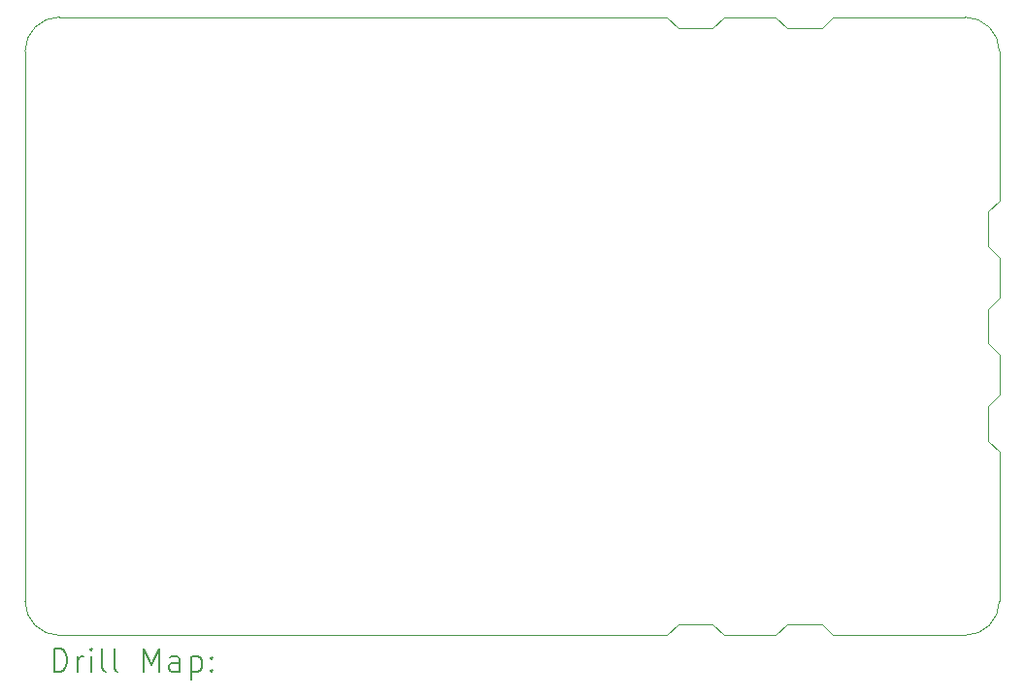
<source format=gbr>
%TF.GenerationSoftware,KiCad,Pcbnew,7.0.8*%
%TF.CreationDate,2023-11-04T19:46:57-03:00*%
%TF.ProjectId,PECDR,50454344-522e-46b6-9963-61645f706362,rev?*%
%TF.SameCoordinates,Original*%
%TF.FileFunction,Drillmap*%
%TF.FilePolarity,Positive*%
%FSLAX45Y45*%
G04 Gerber Fmt 4.5, Leading zero omitted, Abs format (unit mm)*
G04 Created by KiCad (PCBNEW 7.0.8) date 2023-11-04 19:46:57*
%MOMM*%
%LPD*%
G01*
G04 APERTURE LIST*
%ADD10C,0.100000*%
%ADD11C,0.200000*%
G04 APERTURE END LIST*
D10*
X11850000Y-7780294D02*
X11850000Y-7430294D01*
X9450000Y-5330294D02*
X9900000Y-5330294D01*
X10000000Y-10630294D02*
X9900000Y-10730294D01*
X10300000Y-5430294D02*
X10400000Y-5330294D01*
X4600000Y-10730294D02*
X8950000Y-10730294D01*
X9050000Y-10630294D02*
X8950000Y-10730294D01*
X11750000Y-8730294D02*
X11750000Y-9030294D01*
X11550000Y-5330294D02*
X10400000Y-5330294D01*
X11750000Y-7880294D02*
X11850000Y-7780294D01*
X10300000Y-10630294D02*
X10000000Y-10630294D01*
X11750000Y-8730294D02*
X11850000Y-8630294D01*
X11850000Y-9130294D02*
X11850000Y-10430294D01*
X11750000Y-8180294D02*
X11850000Y-8280294D01*
X11750000Y-7330294D02*
X11850000Y-7430294D01*
X9350000Y-10630294D02*
X9050000Y-10630294D01*
X3350000Y-10430294D02*
X3350000Y-5630294D01*
X11849996Y-5630294D02*
G75*
G03*
X11550000Y-5330294I-299996J4D01*
G01*
X11750000Y-7030294D02*
X11750000Y-7330294D01*
X11750000Y-7880294D02*
X11750000Y-8180294D01*
X11750000Y-9030294D02*
X11850000Y-9130294D01*
X9050000Y-5430294D02*
X8950000Y-5330294D01*
X10000000Y-5430294D02*
X10300000Y-5430294D01*
X11850000Y-8630294D02*
X11850000Y-8280294D01*
X9350000Y-5430294D02*
X9450000Y-5330294D01*
X10300000Y-10630294D02*
X10400000Y-10730294D01*
X8950000Y-5330294D02*
X3650000Y-5330294D01*
X9350000Y-10630294D02*
X9450000Y-10730294D01*
X10400000Y-10730294D02*
X11550000Y-10730294D01*
X3650000Y-10730294D02*
X4600000Y-10730294D01*
X11850000Y-6930294D02*
X11850000Y-5630294D01*
X10000000Y-5430294D02*
X9900000Y-5330294D01*
X11750000Y-7030294D02*
X11850000Y-6930294D01*
X9050000Y-5430294D02*
X9350000Y-5430294D01*
X9450000Y-10730294D02*
X9900000Y-10730294D01*
X3650000Y-5330295D02*
G75*
G03*
X3350000Y-5630294I7J-300007D01*
G01*
X3349996Y-10430294D02*
G75*
G03*
X3650000Y-10730294I300004J4D01*
G01*
X11550000Y-10730290D02*
G75*
G03*
X11850000Y-10430294I10J299990D01*
G01*
D11*
X3605777Y-11046778D02*
X3605777Y-10846778D01*
X3605777Y-10846778D02*
X3653396Y-10846778D01*
X3653396Y-10846778D02*
X3681967Y-10856302D01*
X3681967Y-10856302D02*
X3701015Y-10875350D01*
X3701015Y-10875350D02*
X3710539Y-10894397D01*
X3710539Y-10894397D02*
X3720062Y-10932492D01*
X3720062Y-10932492D02*
X3720062Y-10961064D01*
X3720062Y-10961064D02*
X3710539Y-10999159D01*
X3710539Y-10999159D02*
X3701015Y-11018207D01*
X3701015Y-11018207D02*
X3681967Y-11037254D01*
X3681967Y-11037254D02*
X3653396Y-11046778D01*
X3653396Y-11046778D02*
X3605777Y-11046778D01*
X3805777Y-11046778D02*
X3805777Y-10913445D01*
X3805777Y-10951540D02*
X3815301Y-10932492D01*
X3815301Y-10932492D02*
X3824824Y-10922969D01*
X3824824Y-10922969D02*
X3843872Y-10913445D01*
X3843872Y-10913445D02*
X3862920Y-10913445D01*
X3929586Y-11046778D02*
X3929586Y-10913445D01*
X3929586Y-10846778D02*
X3920062Y-10856302D01*
X3920062Y-10856302D02*
X3929586Y-10865826D01*
X3929586Y-10865826D02*
X3939110Y-10856302D01*
X3939110Y-10856302D02*
X3929586Y-10846778D01*
X3929586Y-10846778D02*
X3929586Y-10865826D01*
X4053396Y-11046778D02*
X4034348Y-11037254D01*
X4034348Y-11037254D02*
X4024824Y-11018207D01*
X4024824Y-11018207D02*
X4024824Y-10846778D01*
X4158158Y-11046778D02*
X4139110Y-11037254D01*
X4139110Y-11037254D02*
X4129586Y-11018207D01*
X4129586Y-11018207D02*
X4129586Y-10846778D01*
X4386729Y-11046778D02*
X4386729Y-10846778D01*
X4386729Y-10846778D02*
X4453396Y-10989635D01*
X4453396Y-10989635D02*
X4520063Y-10846778D01*
X4520063Y-10846778D02*
X4520063Y-11046778D01*
X4701015Y-11046778D02*
X4701015Y-10942016D01*
X4701015Y-10942016D02*
X4691491Y-10922969D01*
X4691491Y-10922969D02*
X4672444Y-10913445D01*
X4672444Y-10913445D02*
X4634348Y-10913445D01*
X4634348Y-10913445D02*
X4615301Y-10922969D01*
X4701015Y-11037254D02*
X4681967Y-11046778D01*
X4681967Y-11046778D02*
X4634348Y-11046778D01*
X4634348Y-11046778D02*
X4615301Y-11037254D01*
X4615301Y-11037254D02*
X4605777Y-11018207D01*
X4605777Y-11018207D02*
X4605777Y-10999159D01*
X4605777Y-10999159D02*
X4615301Y-10980112D01*
X4615301Y-10980112D02*
X4634348Y-10970588D01*
X4634348Y-10970588D02*
X4681967Y-10970588D01*
X4681967Y-10970588D02*
X4701015Y-10961064D01*
X4796253Y-10913445D02*
X4796253Y-11113445D01*
X4796253Y-10922969D02*
X4815301Y-10913445D01*
X4815301Y-10913445D02*
X4853396Y-10913445D01*
X4853396Y-10913445D02*
X4872444Y-10922969D01*
X4872444Y-10922969D02*
X4881967Y-10932492D01*
X4881967Y-10932492D02*
X4891491Y-10951540D01*
X4891491Y-10951540D02*
X4891491Y-11008683D01*
X4891491Y-11008683D02*
X4881967Y-11027731D01*
X4881967Y-11027731D02*
X4872444Y-11037254D01*
X4872444Y-11037254D02*
X4853396Y-11046778D01*
X4853396Y-11046778D02*
X4815301Y-11046778D01*
X4815301Y-11046778D02*
X4796253Y-11037254D01*
X4977205Y-11027731D02*
X4986729Y-11037254D01*
X4986729Y-11037254D02*
X4977205Y-11046778D01*
X4977205Y-11046778D02*
X4967682Y-11037254D01*
X4967682Y-11037254D02*
X4977205Y-11027731D01*
X4977205Y-11027731D02*
X4977205Y-11046778D01*
X4977205Y-10922969D02*
X4986729Y-10932492D01*
X4986729Y-10932492D02*
X4977205Y-10942016D01*
X4977205Y-10942016D02*
X4967682Y-10932492D01*
X4967682Y-10932492D02*
X4977205Y-10922969D01*
X4977205Y-10922969D02*
X4977205Y-10942016D01*
M02*

</source>
